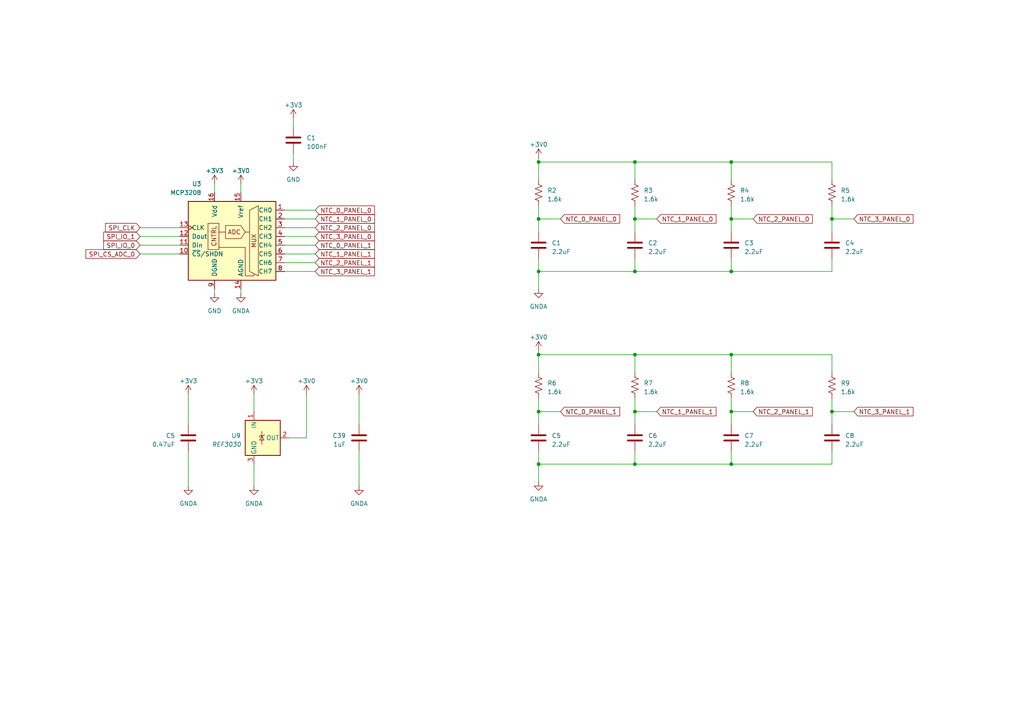
<source format=kicad_sch>
(kicad_sch (version 20230121) (generator eeschema)
  (paper "A4")
  (lib_symbols
    (symbol "Analog_ADC:MCP3208" (pin_names (offset 1.016))
      (property "Reference" "U" (at -5.08 13.335 0))
      (property "Value" "MCP3208" (at -5.08 11.43 0))
      (symbol "MCP3208_0_0"
        (text "ADC" (at -0.635 1.27 0) (effects (font (size 1.27 1.27))))
        (text "CNTRL" (at 5.969 -2.921 900) (effects (font (size 1.27 1.27)) (justify left bottom)))
        (text "MUX" (at -6.35 -1.27 900) (effects (font (size 1.27 1.27))))
      )
      (symbol "MCP3208_0_1"
        (polyline (pts (xy -3.81 1.27) (xy -5.08 1.27)))
        (polyline (pts (xy 1.905 1.27) (xy 3.81 1.27)))
        (polyline (pts (xy -7.62 8.89) (xy -7.62 -11.43) (xy -5.08 -10.16) (xy -5.08 7.62) (xy -7.62 8.89)))
        (polyline (pts (xy 3.81 -3.175) (xy -3.81 -3.175) (xy -3.81 -11.43) (xy -6.35 -11.43) (xy -6.35 -10.795)))
        (polyline (pts (xy 1.905 3.175) (xy 1.905 -0.635) (xy -2.54 -0.635) (xy -3.81 1.27) (xy -2.54 3.175) (xy 1.905 3.175)))
        (rectangle (start 3.81 -3.81) (end 6.985 3.81))
        (rectangle (start 12.7 -12.7) (end -12.7 10.16) (stroke (width 0.254)) (fill (type background)))
      )
      (symbol "MCP3208_1_1"
        (pin input line (at -15.24 7.62 0) (length 2.54) (name "CH0") (number "1"))
        (pin input line (at 15.24 -5.08 180) (length 2.54) (name "~{CS}/SHDN") (number "10"))
        (pin input line (at 15.24 -2.54 180) (length 2.54) (name "Din") (number "11"))
        (pin output line (at 15.24 0 180) (length 2.54) (name "Dout") (number "12"))
        (pin input clock (at 15.24 2.54 180) (length 2.54) (name "CLK") (number "13"))
        (pin power_in line (at -2.54 -15.24 90) (length 2.54) (name "AGND") (number "14"))
        (pin power_in line (at -2.54 12.7 270) (length 2.54) (name "Vref") (number "15"))
        (pin power_in line (at 5.08 12.7 270) (length 2.54) (name "Vdd") (number "16"))
        (pin input line (at -15.24 5.08 0) (length 2.54) (name "CH1") (number "2"))
        (pin input line (at -15.24 2.54 0) (length 2.54) (name "CH2") (number "3"))
        (pin input line (at -15.24 0 0) (length 2.54) (name "CH3") (number "4"))
        (pin input line (at -15.24 -2.54 0) (length 2.54) (name "CH4") (number "5"))
        (pin input line (at -15.24 -5.08 0) (length 2.54) (name "CH5") (number "6"))
        (pin input line (at -15.24 -7.62 0) (length 2.54) (name "CH6") (number "7"))
        (pin input line (at -15.24 -10.16 0) (length 2.54) (name "CH7") (number "8"))
        (pin power_in line (at 5.08 -15.24 90) (length 2.54) (name "DGND") (number "9"))
      )
    )
    (symbol "Device:C" (pin_numbers hide) (pin_names (offset 0.254))
      (property "Reference" "C" (at 0.635 2.54 0))
      (property "Value" "C" (at 0.635 -2.54 0))
      (symbol "C_0_1"
        (polyline (pts (xy -2.032 -0.762) (xy 2.032 -0.762)) (stroke (width 0.508)))
        (polyline (pts (xy -2.032 0.762) (xy 2.032 0.762)) (stroke (width 0.508)))
      )
      (symbol "C_1_1"
        (pin passive line (at 0 3.81 270) (length 2.794) (name "~") (number "1"))
        (pin passive line (at 0 -3.81 90) (length 2.794) (name "~") (number "2"))
      )
    )
    (symbol "Device:R_US" (pin_numbers hide) (pin_names (offset 0))
      (property "Reference" "R" (at 2.54 0 90))
      (property "Value" "R_US" (at -2.54 0 90))
      (symbol "R_US_0_1"
        (polyline (pts (xy 0 -2.286) (xy 0 -2.54)))
        (polyline (pts (xy 0 2.286) (xy 0 2.54)))
        (polyline (pts (xy 0 -0.762) (xy 1.016 -1.143) (xy 0 -1.524) (xy -1.016 -1.905) (xy 0 -2.286)))
        (polyline (pts (xy 0 0.762) (xy 1.016 0.381) (xy 0 0) (xy -1.016 -0.381) (xy 0 -0.762)))
        (polyline (pts (xy 0 2.286) (xy 1.016 1.905) (xy 0 1.524) (xy -1.016 1.143) (xy 0 0.762)))
      )
      (symbol "R_US_1_1"
        (pin passive line (at 0 3.81 270) (length 1.27) (name "~") (number "1"))
        (pin passive line (at 0 -3.81 90) (length 1.27) (name "~") (number "2"))
      )
    )
    (symbol "Reference_Voltage:REF3030" (pin_names (offset 0.254))
      (property "Reference" "U" (at 0 6.35 0))
      (property "Value" "REF3030" (at 2.54 -6.35 0))
      (symbol "REF3030_0_1"
        (rectangle (start -5.08 5.08) (end 5.08 -5.08) (stroke (width 0.254)) (fill (type background)))
        (polyline (pts (xy -0.254 1.905) (xy -0.254 -1.905)))
        (polyline (pts (xy -0.889 -0.635) (xy 0.381 -0.635) (xy -0.254 0.635) (xy -0.889 -0.635)))
        (polyline (pts (xy 0.381 1.016) (xy 0.381 0.635) (xy -0.889 0.635) (xy -0.889 0.254)))
      )
      (symbol "REF3030_1_1"
        (pin power_in line (at -2.54 7.62 270) (length 2.54) (name "IN") (number "1"))
        (pin power_out line (at 7.62 0 180) (length 2.54) (name "OUT") (number "2"))
        (pin power_in line (at -2.54 -7.62 90) (length 2.54) (name "GND") (number "3"))
      )
    )
    (symbol "power:+3V0" (power) (pin_names (offset 0))
      (property "Value" "+3V0" (at 0 3.556 0))
      (symbol "+3V0_0_1"
        (polyline (pts (xy -0.762 1.27) (xy 0 2.54)))
        (polyline (pts (xy 0 0) (xy 0 2.54)))
        (polyline (pts (xy 0 2.54) (xy 0.762 1.27)))
      )
      (symbol "+3V0_1_1"
        (pin power_in line (at 0 0 90) (length 0) hide (name "+3V0") (number "1"))
      )
    )
    (symbol "power:+3V3" (power) (pin_names (offset 0))
      (property "Value" "+3V3" (at 0 3.556 0))
      (symbol "+3V3_0_1"
        (polyline (pts (xy -0.762 1.27) (xy 0 2.54)))
        (polyline (pts (xy 0 0) (xy 0 2.54)))
        (polyline (pts (xy 0 2.54) (xy 0.762 1.27)))
      )
      (symbol "+3V3_1_1"
        (pin power_in line (at 0 0 90) (length 0) hide (name "+3V3") (number "1"))
      )
    )
    (symbol "power:GND" (power) (pin_names (offset 0))
      (property "Value" "GND" (at 0 -3.81 0))
      (symbol "GND_0_1"
        (polyline (pts (xy 0 0) (xy 0 -1.27) (xy 1.27 -1.27) (xy 0 -2.54) (xy -1.27 -1.27) (xy 0 -1.27)))
      )
      (symbol "GND_1_1"
        (pin power_in line (at 0 0 270) (length 0) hide (name "GND") (number "1"))
      )
    )
    (symbol "power:GNDA" (power) (pin_names (offset 0))
      (property "Value" "GNDA" (at 0 -3.81 0))
      (symbol "GNDA_0_1"
        (polyline (pts (xy 0 0) (xy 0 -1.27) (xy 1.27 -1.27) (xy 0 -2.54) (xy -1.27 -1.27) (xy 0 -1.27)))
      )
      (symbol "GNDA_1_1"
        (pin power_in line (at 0 0 270) (length 0) hide (name "GNDA") (number "1"))
      )
    )
  )
  (junction (at 184.15 102.87))
  (junction (at 241.3 63.5))
  (junction (at 184.15 119.38))
  (junction (at 212.09 63.5))
  (junction (at 184.15 134.62))
  (junction (at 156.21 119.38))
  (junction (at 184.15 63.5))
  (junction (at 212.09 46.99))
  (junction (at 184.15 78.74))
  (junction (at 184.15 46.99))
  (junction (at 156.21 78.74))
  (junction (at 212.09 78.74))
  (junction (at 212.09 134.62))
  (junction (at 241.3 119.38))
  (junction (at 156.21 46.99))
  (junction (at 156.21 63.5))
  (junction (at 156.21 134.62))
  (junction (at 212.09 102.87))
  (junction (at 212.09 119.38))
  (junction (at 156.21 102.87))
  (wire (pts (xy 241.3 119.38) (xy 241.3 123.19)))
  (wire (pts (xy 156.21 46.99) (xy 184.15 46.99)))
  (wire (pts (xy 212.09 102.87) (xy 212.09 107.95)))
  (wire (pts (xy 69.85 53.34) (xy 69.85 55.88)))
  (wire (pts (xy 156.21 45.72) (xy 156.21 46.99)))
  (wire (pts (xy 184.15 119.38) (xy 190.5 119.38)))
  (wire (pts (xy 241.3 74.93) (xy 241.3 78.74)))
  (wire (pts (xy 184.15 102.87) (xy 212.09 102.87)))
  (wire (pts (xy 241.3 63.5) (xy 241.3 67.31)))
  (wire (pts (xy 82.55 76.2) (xy 91.44 76.2)))
  (wire (pts (xy 156.21 101.6) (xy 156.21 102.87)))
  (wire (pts (xy 104.14 130.81) (xy 104.14 140.97)))
  (wire (pts (xy 156.21 130.81) (xy 156.21 134.62)))
  (wire (pts (xy 241.3 46.99) (xy 241.3 52.07)))
  (wire (pts (xy 82.55 60.96) (xy 91.44 60.96)))
  (wire (pts (xy 82.55 71.12) (xy 91.44 71.12)))
  (wire (pts (xy 184.15 134.62) (xy 212.09 134.62)))
  (wire (pts (xy 85.09 34.29) (xy 85.09 36.83)))
  (wire (pts (xy 156.21 115.57) (xy 156.21 119.38)))
  (wire (pts (xy 85.09 44.45) (xy 85.09 46.99)))
  (wire (pts (xy 40.64 66.04) (xy 52.07 66.04)))
  (wire (pts (xy 73.66 134.62) (xy 73.66 140.97)))
  (wire (pts (xy 184.15 130.81) (xy 184.15 134.62)))
  (wire (pts (xy 212.09 59.69) (xy 212.09 63.5)))
  (wire (pts (xy 62.23 53.34) (xy 62.23 55.88)))
  (wire (pts (xy 156.21 119.38) (xy 162.56 119.38)))
  (wire (pts (xy 88.9 127) (xy 88.9 114.3)))
  (wire (pts (xy 83.82 127) (xy 88.9 127)))
  (wire (pts (xy 156.21 46.99) (xy 156.21 52.07)))
  (wire (pts (xy 212.09 134.62) (xy 241.3 134.62)))
  (wire (pts (xy 184.15 63.5) (xy 190.5 63.5)))
  (wire (pts (xy 212.09 130.81) (xy 212.09 134.62)))
  (wire (pts (xy 40.64 71.12) (xy 52.07 71.12)))
  (wire (pts (xy 212.09 119.38) (xy 218.44 119.38)))
  (wire (pts (xy 241.3 115.57) (xy 241.3 119.38)))
  (wire (pts (xy 241.3 63.5) (xy 247.65 63.5)))
  (wire (pts (xy 54.61 130.81) (xy 54.61 140.97)))
  (wire (pts (xy 54.61 114.3) (xy 54.61 123.19)))
  (wire (pts (xy 62.23 83.82) (xy 62.23 85.09)))
  (wire (pts (xy 156.21 78.74) (xy 156.21 83.82)))
  (wire (pts (xy 156.21 59.69) (xy 156.21 63.5)))
  (wire (pts (xy 212.09 46.99) (xy 212.09 52.07)))
  (wire (pts (xy 104.14 114.3) (xy 104.14 123.19)))
  (wire (pts (xy 82.55 63.5) (xy 91.44 63.5)))
  (wire (pts (xy 241.3 59.69) (xy 241.3 63.5)))
  (wire (pts (xy 212.09 63.5) (xy 212.09 67.31)))
  (wire (pts (xy 184.15 119.38) (xy 184.15 123.19)))
  (wire (pts (xy 212.09 119.38) (xy 212.09 123.19)))
  (wire (pts (xy 73.66 114.3) (xy 73.66 119.38)))
  (wire (pts (xy 69.85 83.82) (xy 69.85 85.09)))
  (wire (pts (xy 156.21 119.38) (xy 156.21 123.19)))
  (wire (pts (xy 241.3 119.38) (xy 247.65 119.38)))
  (wire (pts (xy 184.15 46.99) (xy 212.09 46.99)))
  (wire (pts (xy 156.21 134.62) (xy 184.15 134.62)))
  (wire (pts (xy 156.21 63.5) (xy 162.56 63.5)))
  (wire (pts (xy 212.09 115.57) (xy 212.09 119.38)))
  (wire (pts (xy 156.21 74.93) (xy 156.21 78.74)))
  (wire (pts (xy 184.15 115.57) (xy 184.15 119.38)))
  (wire (pts (xy 184.15 102.87) (xy 184.15 107.95)))
  (wire (pts (xy 241.3 102.87) (xy 241.3 107.95)))
  (wire (pts (xy 156.21 63.5) (xy 156.21 67.31)))
  (wire (pts (xy 241.3 130.81) (xy 241.3 134.62)))
  (wire (pts (xy 212.09 78.74) (xy 241.3 78.74)))
  (wire (pts (xy 40.64 68.58) (xy 52.07 68.58)))
  (wire (pts (xy 184.15 46.99) (xy 184.15 52.07)))
  (wire (pts (xy 184.15 63.5) (xy 184.15 67.31)))
  (wire (pts (xy 40.64 73.66) (xy 52.07 73.66)))
  (wire (pts (xy 184.15 78.74) (xy 212.09 78.74)))
  (wire (pts (xy 156.21 78.74) (xy 184.15 78.74)))
  (wire (pts (xy 212.09 74.93) (xy 212.09 78.74)))
  (wire (pts (xy 156.21 134.62) (xy 156.21 139.7)))
  (wire (pts (xy 212.09 102.87) (xy 241.3 102.87)))
  (wire (pts (xy 156.21 102.87) (xy 156.21 107.95)))
  (wire (pts (xy 212.09 63.5) (xy 218.44 63.5)))
  (wire (pts (xy 82.55 78.74) (xy 91.44 78.74)))
  (wire (pts (xy 184.15 59.69) (xy 184.15 63.5)))
  (wire (pts (xy 82.55 68.58) (xy 91.44 68.58)))
  (wire (pts (xy 212.09 46.99) (xy 241.3 46.99)))
  (wire (pts (xy 184.15 74.93) (xy 184.15 78.74)))
  (wire (pts (xy 82.55 66.04) (xy 91.44 66.04)))
  (wire (pts (xy 82.55 73.66) (xy 91.44 73.66)))
  (wire (pts (xy 156.21 102.87) (xy 184.15 102.87)))
  (global_label "NTC_0_PANEL_1" (shape input) (at 91.44 71.12 0) (property "Intersheetrefs" "${INTERSHEET_REFS}" (effects hide)))
  (global_label "NTC_1_PANEL_0" (shape input) (at 190.5 63.5 0) (property "Intersheetrefs" "${INTERSHEET_REFS}" (effects hide)))
  (global_label "SPI_IO_1" (shape input) (at 40.64 68.58 180) (property "Intersheetrefs" "${INTERSHEET_REFS}" (effects hide)))
  (global_label "NTC_3_PANEL_1" (shape input) (at 247.65 119.38 0) (property "Intersheetrefs" "${INTERSHEET_REFS}" (effects hide)))
  (global_label "SPI_CLK" (shape input) (at 40.64 66.04 180) (property "Intersheetrefs" "${INTERSHEET_REFS}" (effects hide)))
  (global_label "SPI_CS_ADC_0" (shape input) (at 40.64 73.66 180) (property "Intersheetrefs" "${INTERSHEET_REFS}" (effects hide)))
  (global_label "NTC_0_PANEL_0" (shape input) (at 162.56 63.5 0) (property "Intersheetrefs" "${INTERSHEET_REFS}" (effects hide)))
  (global_label "NTC_3_PANEL_1" (shape input) (at 91.44 78.74 0) (property "Intersheetrefs" "${INTERSHEET_REFS}" (effects hide)))
  (global_label "NTC_1_PANEL_1" (shape input) (at 91.44 73.66 0) (property "Intersheetrefs" "${INTERSHEET_REFS}" (effects hide)))
  (global_label "NTC_3_PANEL_0" (shape input) (at 91.44 68.58 0) (property "Intersheetrefs" "${INTERSHEET_REFS}" (effects hide)))
  (global_label "NTC_0_PANEL_0" (shape input) (at 91.44 60.96 0) (property "Intersheetrefs" "${INTERSHEET_REFS}" (effects hide)))
  (global_label "SPI_IO_0" (shape input) (at 40.64 71.12 180) (property "Intersheetrefs" "${INTERSHEET_REFS}" (effects hide)))
  (global_label "NTC_2_PANEL_0" (shape input) (at 218.44 63.5 0) (property "Intersheetrefs" "${INTERSHEET_REFS}" (effects hide)))
  (global_label "NTC_0_PANEL_1" (shape input) (at 162.56 119.38 0) (property "Intersheetrefs" "${INTERSHEET_REFS}" (effects hide)))
  (global_label "NTC_2_PANEL_1" (shape input) (at 91.44 76.2 0) (property "Intersheetrefs" "${INTERSHEET_REFS}" (effects hide)))
  (global_label "NTC_1_PANEL_1" (shape input) (at 190.5 119.38 0) (property "Intersheetrefs" "${INTERSHEET_REFS}" (effects hide)))
  (global_label "NTC_1_PANEL_0" (shape input) (at 91.44 63.5 0) (property "Intersheetrefs" "${INTERSHEET_REFS}" (effects hide)))
  (global_label "NTC_2_PANEL_0" (shape input) (at 91.44 66.04 0) (property "Intersheetrefs" "${INTERSHEET_REFS}" (effects hide)))
  (global_label "NTC_2_PANEL_1" (shape input) (at 218.44 119.38 0) (property "Intersheetrefs" "${INTERSHEET_REFS}" (effects hide)))
  (global_label "NTC_3_PANEL_0" (shape input) (at 247.65 63.5 0) (property "Intersheetrefs" "${INTERSHEET_REFS}" (effects hide)))
  (symbol (lib_id "power:GND") (at 85.09 46.99 0) (unit 1)
    (property "Reference" "#PWR01" (effects hide))
    (property "Value" "GND" (at 85.09 52.07 0))
    (instances (project "ledian-support-board" (path "" (reference "#PWR01") (unit 1)) (path "" (reference "#PWR01") (unit 1)) (path "" (reference "#PWR029") (unit 1))))
  )
  (symbol (lib_id "power:+3V0") (at 104.14 114.3 0) (unit 1)
    (property "Reference" "#PWR016" (effects hide))
    (property "Value" "+3V0" (at 104.14 110.49 0))
    (instances (project "ledian-support-board" (path "" (reference "#PWR016") (unit 1)) (path "" (reference "#PWR078") (unit 1))))
  )
  (symbol (lib_id "Device:C") (at 104.14 127 0) (mirror y) (unit 1)
    (property "Reference" "C39" (at 100.33 126.365 0) (effects (justify left)))
    (property "Value" "1uF" (at 100.33 128.905 0) (effects (justify left)))
    (property "Footprint" "Capacitor_SMD:C_0805_2012Metric" (effects hide))
    (property "LCSC" "C541528" (effects hide))
    (instances (project "ledian-support-board" (path "" (reference "C39") (unit 1)) (path "" (reference "C40") (unit 1))))
  )
  (symbol (lib_id "Device:C") (at 241.3 71.12 0) (unit 1)
    (property "Reference" "C4" (at 245.11 70.485 0) (effects (justify left)))
    (property "Value" "2.2uF" (at 245.11 73.025 0) (effects (justify left)))
    (property "Footprint" "Capacitor_SMD:C_0805_2012Metric" (effects hide))
    (property "LCSC" "C77081" (effects hide))
    (instances (project "ledian-support-board" (path "" (reference "C4") (unit 1)) (path "" (reference "C7") (unit 1))))
  )
  (symbol (lib_id "power:+3V0") (at 69.85 53.34 0) (unit 1)
    (property "Reference" "#PWR09" (effects hide))
    (property "Value" "+3V0" (at 69.85 49.53 0))
  )
  (symbol (lib_id "power:GNDA") (at 156.21 83.82 0) (unit 1)
    (property "Reference" "#PWR03" (effects hide))
    (property "Value" "GNDA" (at 156.21 88.9 0))
    (instances (project "ledian-support-board" (path "" (reference "#PWR03") (unit 1)) (path "" (reference "#PWR010") (unit 1)) (path "" (reference "#PWR013") (unit 1))))
  )
  (symbol (lib_id "Device:R_US") (at 156.21 111.76 0) (unit 1)
    (property "Reference" "R6" (at 158.75 111.125 0) (effects (justify left)))
    (property "Value" "1.6k" (at 158.75 113.665 0) (effects (justify left)))
    (property "Footprint" "Resistor_SMD:R_0805_2012Metric" (effects hide))
    (property "LCSC" "C218399" (effects hide))
    (instances (project "ledian-support-board" (path "" (reference "R6") (unit 1)) (path "" (reference "R3") (unit 1))))
  )
  (symbol (lib_id "Device:C") (at 85.09 40.64 0) (unit 1)
    (property "Reference" "C1" (at 88.9 40.005 0) (effects (justify left)))
    (property "Value" "100nF" (at 88.9 42.545 0) (effects (justify left)))
    (property "Footprint" "Capacitor_SMD:C_0805_2012Metric" (effects hide))
    (property "LCSC" "C599848" (effects hide))
    (instances (project "ledian-support-board" (path "" (reference "C1") (unit 1)) (path "" (reference "C9") (unit 1))))
  )
  (symbol (lib_id "Device:C") (at 184.15 127 0) (unit 1)
    (property "Reference" "C6" (at 187.96 126.365 0) (effects (justify left)))
    (property "Value" "2.2uF" (at 187.96 128.905 0) (effects (justify left)))
    (property "Footprint" "Capacitor_SMD:C_0805_2012Metric" (effects hide))
    (property "LCSC" "C77081" (effects hide))
    (instances (project "ledian-support-board" (path "" (reference "C6") (unit 1)) (path "" (reference "C4") (unit 1))))
  )
  (symbol (lib_id "Device:C") (at 156.21 127 0) (unit 1)
    (property "Reference" "C5" (at 160.02 126.365 0) (effects (justify left)))
    (property "Value" "2.2uF" (at 160.02 128.905 0) (effects (justify left)))
    (property "Footprint" "Capacitor_SMD:C_0805_2012Metric" (effects hide))
    (property "LCSC" "C77081" (effects hide))
    (instances (project "ledian-support-board" (path "" (reference "C5") (unit 1)) (path "" (reference "C2") (unit 1))))
  )
  (symbol (lib_id "Analog_ADC:MCP3208") (at 67.31 68.58 0) (mirror y) (unit 1)
    (property "Reference" "U3" (at 58.42 53.34 0) (effects (justify left)))
    (property "Value" "MCP3208" (at 58.42 55.88 0) (effects (justify left)))
    (property "Footprint" "Package_SO:SOIC-16_3.9x9.9mm_P1.27mm" (effects hide))
    (property "Datasheet" "http://ww1.microchip.com/downloads/en/DeviceDoc/21298c.pdf" (effects hide))
    (property "LCSC" "C16939" (effects hide))
  )
  (symbol (lib_id "power:GNDA") (at 69.85 85.09 0) (unit 1)
    (property "Reference" "#PWR03" (effects hide))
    (property "Value" "GNDA" (at 69.85 90.17 0))
    (instances (project "ledian-support-board" (path "" (reference "#PWR03") (unit 1)) (path "" (reference "#PWR03") (unit 1)) (path "" (reference "#PWR010") (unit 1))))
  )
  (symbol (lib_id "Device:R_US") (at 241.3 55.88 0) (unit 1)
    (property "Reference" "R5" (at 243.84 55.245 0) (effects (justify left)))
    (property "Value" "1.6k" (at 243.84 57.785 0) (effects (justify left)))
    (property "Footprint" "Resistor_SMD:R_0805_2012Metric" (effects hide))
    (property "LCSC" "C218399" (effects hide))
    (instances (project "ledian-support-board" (path "" (reference "R5") (unit 1)) (path "" (reference "R8") (unit 1))))
  )
  (symbol (lib_id "power:+3V3") (at 62.23 53.34 0) (unit 1)
    (property "Reference" "#PWR027" (effects hide))
    (property "Value" "+3V3" (at 62.23 49.53 0))
    (instances (project "ledian-support-board" (path "" (reference "#PWR027") (unit 1)) (path "" (reference "#PWR07") (unit 1))))
  )
  (symbol (lib_id "Device:R_US") (at 184.15 55.88 0) (unit 1)
    (property "Reference" "R3" (at 186.69 55.245 0) (effects (justify left)))
    (property "Value" "1.6k" (at 186.69 57.785 0) (effects (justify left)))
    (property "Footprint" "Resistor_SMD:R_0805_2012Metric" (effects hide))
    (property "LCSC" "C218399" (effects hide))
    (instances (project "ledian-support-board" (path "" (reference "R3") (unit 1)) (path "" (reference "R4") (unit 1))))
  )
  (symbol (lib_id "Device:C") (at 241.3 127 0) (unit 1)
    (property "Reference" "C8" (at 245.11 126.365 0) (effects (justify left)))
    (property "Value" "2.2uF" (at 245.11 128.905 0) (effects (justify left)))
    (property "Footprint" "Capacitor_SMD:C_0805_2012Metric" (effects hide))
    (property "LCSC" "C77081" (effects hide))
  )
  (symbol (lib_id "Device:C") (at 212.09 127 0) (unit 1)
    (property "Reference" "C7" (at 215.9 126.365 0) (effects (justify left)))
    (property "Value" "2.2uF" (at 215.9 128.905 0) (effects (justify left)))
    (property "Footprint" "Capacitor_SMD:C_0805_2012Metric" (effects hide))
    (property "LCSC" "C77081" (effects hide))
    (instances (project "ledian-support-board" (path "" (reference "C7") (unit 1)) (path "" (reference "C6") (unit 1))))
  )
  (symbol (lib_id "power:GNDA") (at 104.14 140.97 0) (unit 1)
    (property "Reference" "#PWR03" (effects hide))
    (property "Value" "GNDA" (at 104.14 146.05 0))
    (instances (project "ledian-support-board" (path "" (reference "#PWR03") (unit 1)) (path "" (reference "#PWR077") (unit 1)) (path "" (reference "#PWR079") (unit 1))))
  )
  (symbol (lib_id "Device:R_US") (at 184.15 111.76 0) (unit 1)
    (property "Reference" "R7" (at 186.69 111.125 0) (effects (justify left)))
    (property "Value" "1.6k" (at 186.69 113.665 0) (effects (justify left)))
    (property "Footprint" "Resistor_SMD:R_0805_2012Metric" (effects hide))
    (property "LCSC" "C218399" (effects hide))
    (instances (project "ledian-support-board" (path "" (reference "R7") (unit 1)) (path "" (reference "R5") (unit 1))))
  )
  (symbol (lib_id "Device:C") (at 54.61 127 0) (mirror y) (unit 1)
    (property "Reference" "C5" (at 50.8 126.365 0) (effects (justify left)))
    (property "Value" "0.47uF" (at 50.8 128.905 0) (effects (justify left)))
    (property "Footprint" "Capacitor_SMD:C_0805_2012Metric" (effects hide))
    (property "LCSC" "C520080" (effects hide))
    (instances (project "ledian-support-board" (path "" (reference "C5") (unit 1)) (path "" (reference "C32") (unit 1))))
  )
  (symbol (lib_id "Device:R_US") (at 241.3 111.76 0) (unit 1)
    (property "Reference" "R9" (at 243.84 111.125 0) (effects (justify left)))
    (property "Value" "1.6k" (at 243.84 113.665 0) (effects (justify left)))
    (property "Footprint" "Resistor_SMD:R_0805_2012Metric" (effects hide))
    (property "LCSC" "C218399" (effects hide))
  )
  (symbol (lib_id "Device:C") (at 156.21 71.12 0) (unit 1)
    (property "Reference" "C1" (at 160.02 70.485 0) (effects (justify left)))
    (property "Value" "2.2uF" (at 160.02 73.025 0) (effects (justify left)))
    (property "Footprint" "Capacitor_SMD:C_0805_2012Metric" (effects hide))
    (property "LCSC" "C77081" (effects hide))
  )
  (symbol (lib_id "power:+3V0") (at 88.9 114.3 0) (unit 1)
    (property "Reference" "#PWR03" (effects hide))
    (property "Value" "+3V0" (at 88.9 110.49 0))
  )
  (symbol (lib_id "Device:C") (at 212.09 71.12 0) (unit 1)
    (property "Reference" "C3" (at 215.9 70.485 0) (effects (justify left)))
    (property "Value" "2.2uF" (at 215.9 73.025 0) (effects (justify left)))
    (property "Footprint" "Capacitor_SMD:C_0805_2012Metric" (effects hide))
    (property "LCSC" "C77081" (effects hide))
    (instances (project "ledian-support-board" (path "" (reference "C3") (unit 1)) (path "" (reference "C5") (unit 1))))
  )
  (symbol (lib_id "Device:R_US") (at 156.21 55.88 0) (unit 1)
    (property "Reference" "R2" (at 158.75 55.245 0) (effects (justify left)))
    (property "Value" "1.6k" (at 158.75 57.785 0) (effects (justify left)))
    (property "Footprint" "Resistor_SMD:R_0805_2012Metric" (effects hide))
    (property "LCSC" "C218399" (effects hide))
  )
  (symbol (lib_id "power:GNDA") (at 156.21 139.7 0) (unit 1)
    (property "Reference" "#PWR03" (effects hide))
    (property "Value" "GNDA" (at 156.21 144.78 0))
    (instances (project "ledian-support-board" (path "" (reference "#PWR03") (unit 1)) (path "" (reference "#PWR07") (unit 1)) (path "" (reference "#PWR015") (unit 1))))
  )
  (symbol (lib_id "power:+3V0") (at 156.21 45.72 0) (unit 1)
    (property "Reference" "#PWR014" (effects hide))
    (property "Value" "+3V0" (at 156.21 41.91 0))
  )
  (symbol (lib_id "power:+3V3") (at 73.66 114.3 0) (unit 1)
    (property "Reference" "#PWR026" (effects hide))
    (property "Value" "+3V3" (at 73.66 110.49 0))
    (instances (project "ledian-support-board" (path "" (reference "#PWR026") (unit 1)) (path "" (reference "#PWR01") (unit 1))))
  )
  (symbol (lib_id "power:+3V0") (at 156.21 101.6 0) (unit 1)
    (property "Reference" "#PWR012" (effects hide))
    (property "Value" "+3V0" (at 156.21 97.79 0))
  )
  (symbol (lib_id "Device:R_US") (at 212.09 55.88 0) (unit 1)
    (property "Reference" "R4" (at 214.63 55.245 0) (effects (justify left)))
    (property "Value" "1.6k" (at 214.63 57.785 0) (effects (justify left)))
    (property "Footprint" "Resistor_SMD:R_0805_2012Metric" (effects hide))
    (property "LCSC" "C218399" (effects hide))
    (instances (project "ledian-support-board" (path "" (reference "R4") (unit 1)) (path "" (reference "R6") (unit 1))))
  )
  (symbol (lib_id "Device:R_US") (at 212.09 111.76 0) (unit 1)
    (property "Reference" "R8" (at 214.63 111.125 0) (effects (justify left)))
    (property "Value" "1.6k" (at 214.63 113.665 0) (effects (justify left)))
    (property "Footprint" "Resistor_SMD:R_0805_2012Metric" (effects hide))
    (property "LCSC" "C218399" (effects hide))
    (instances (project "ledian-support-board" (path "" (reference "R8") (unit 1)) (path "" (reference "R7") (unit 1))))
  )
  (symbol (lib_id "power:+3V3") (at 54.61 114.3 0) (unit 1)
    (property "Reference" "#PWR026" (effects hide))
    (property "Value" "+3V3" (at 54.61 110.49 0))
    (instances (project "ledian-support-board" (path "" (reference "#PWR026") (unit 1)) (path "" (reference "#PWR062") (unit 1))))
  )
  (symbol (lib_id "Reference_Voltage:REF3030") (at 76.2 127 0) (unit 1)
    (property "Reference" "U9" (at 69.85 126.365 0) (effects (justify right)))
    (property "Value" "REF3030" (at 69.85 128.905 0) (effects (font italic) (justify right)))
    (property "Footprint" "Package_TO_SOT_SMD:SOT-23" (effects hide))
    (property "Datasheet" "http://www.ti.com/lit/ds/symlink/ref3033.pdf" (effects hide))
    (property "LCSC" "C38423" (effects hide))
  )
  (symbol (lib_id "power:GNDA") (at 54.61 140.97 0) (unit 1)
    (property "Reference" "#PWR03" (effects hide))
    (property "Value" "GNDA" (at 54.61 146.05 0))
    (instances (project "ledian-support-board" (path "" (reference "#PWR03") (unit 1)) (path "" (reference "#PWR09") (unit 1)) (path "" (reference "#PWR0108") (unit 1))))
  )
  (symbol (lib_id "power:GNDA") (at 73.66 140.97 0) (unit 1)
    (property "Reference" "#PWR03" (effects hide))
    (property "Value" "GNDA" (at 73.66 146.05 0))
    (instances (project "ledian-support-board" (path "" (reference "#PWR03") (unit 1)) (path "" (reference "#PWR09") (unit 1)) (path "" (reference "#PWR011") (unit 1))))
  )
  (symbol (lib_id "power:+3V3") (at 85.09 34.29 0) (unit 1)
    (property "Reference" "#PWR027" (effects hide))
    (property "Value" "+3V3" (at 85.09 30.48 0))
    (instances (project "ledian-support-board" (path "" (reference "#PWR027") (unit 1)) (path "" (reference "#PWR076") (unit 1))))
  )
  (symbol (lib_id "Device:C") (at 184.15 71.12 0) (unit 1)
    (property "Reference" "C2" (at 187.96 70.485 0) (effects (justify left)))
    (property "Value" "2.2uF" (at 187.96 73.025 0) (effects (justify left)))
    (property "Footprint" "Capacitor_SMD:C_0805_2012Metric" (effects hide))
    (property "LCSC" "C77081" (effects hide))
    (instances (project "ledian-support-board" (path "" (reference "C2") (unit 1)) (path "" (reference "C3") (unit 1))))
  )
  (symbol (lib_id "power:GND") (at 62.23 85.09 0) (unit 1)
    (property "Reference" "#PWR01" (effects hide))
    (property "Value" "GND" (at 62.23 90.17 0))
    (instances (project "ledian-support-board" (path "" (reference "#PWR01") (unit 1)) (path "" (reference "#PWR01") (unit 1)) (path "" (reference "#PWR08") (unit 1))))
  )
)
</source>
